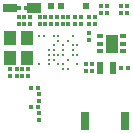
<source format=gtp>
G04 Layer_Color=8421504*
%FSLAX25Y25*%
%MOIN*%
G70*
G01*
G75*
%ADD11R,0.04724X0.03543*%
%ADD12R,0.01181X0.01181*%
%ADD13R,0.01968X0.02362*%
%ADD14R,0.04724X0.03150*%
%ADD15R,0.01181X0.01181*%
%ADD16R,0.01378X0.01181*%
%ADD17R,0.02913X0.05905*%
%ADD19R,0.01968X0.03937*%
%ADD20R,0.04331X0.04724*%
%ADD21R,0.03937X0.06299*%
%ADD29C,0.01260*%
%ADD30R,0.02323X0.01732*%
D11*
X10925Y-2067D02*
D03*
D12*
X29232Y-10433D02*
D03*
Y-12795D02*
D03*
X34941Y-3839D02*
D03*
Y-1476D02*
D03*
X41831Y-1476D02*
D03*
Y-3839D02*
D03*
X39862D02*
D03*
Y-1476D02*
D03*
X28051Y-20866D02*
D03*
Y-23228D02*
D03*
X20276Y-5020D02*
D03*
Y-7382D02*
D03*
X18307D02*
D03*
Y-5020D02*
D03*
X16339Y-7382D02*
D03*
Y-5020D02*
D03*
X14567Y-7382D02*
D03*
Y-5020D02*
D03*
X2850Y-22539D02*
D03*
Y-24902D02*
D03*
X5020Y-22539D02*
D03*
Y-24902D02*
D03*
X6890Y-22539D02*
D03*
Y-24902D02*
D03*
X8662Y-22539D02*
D03*
Y-24902D02*
D03*
X30020Y-20866D02*
D03*
Y-23228D02*
D03*
X26476Y-5020D02*
D03*
Y-7382D02*
D03*
X12697D02*
D03*
Y-5020D02*
D03*
X33071Y-1476D02*
D03*
Y-3839D02*
D03*
X29035Y-5020D02*
D03*
Y-7382D02*
D03*
X31102Y-5020D02*
D03*
Y-7382D02*
D03*
X9350Y-5126D02*
D03*
Y-7488D02*
D03*
X12402Y-33071D02*
D03*
Y-30709D02*
D03*
Y-39567D02*
D03*
Y-37205D02*
D03*
X22145Y-5020D02*
D03*
Y-7382D02*
D03*
X7509Y-7482D02*
D03*
Y-5120D02*
D03*
X5600Y-7480D02*
D03*
Y-5118D02*
D03*
D13*
X28248Y-1476D02*
D03*
X16437D02*
D03*
X19685D02*
D03*
D14*
X2854Y-1969D02*
D03*
D15*
X9646Y-35138D02*
D03*
X12008D02*
D03*
X9744Y-28740D02*
D03*
X12106D02*
D03*
X42224Y-22244D02*
D03*
X39862D02*
D03*
X8169Y-2165D02*
D03*
X5807D02*
D03*
D16*
X24311Y-7382D02*
D03*
Y-5020D02*
D03*
D17*
X41166Y-39764D02*
D03*
X27756D02*
D03*
D19*
X32776Y-22145D02*
D03*
X37116D02*
D03*
D20*
X8366Y-12124D02*
D03*
Y-18816D02*
D03*
X2854D02*
D03*
Y-12124D02*
D03*
D21*
X36614Y-13976D02*
D03*
D29*
X25197Y-20866D02*
D03*
Y-14567D02*
D03*
X20472D02*
D03*
X18898Y-12992D02*
D03*
Y-11417D02*
D03*
X22047Y-12992D02*
D03*
X17323Y-16142D02*
D03*
Y-17717D02*
D03*
X18898Y-20866D02*
D03*
X17323Y-19291D02*
D03*
X15748Y-16142D02*
D03*
Y-17717D02*
D03*
Y-19291D02*
D03*
Y-20866D02*
D03*
X17323Y-11417D02*
D03*
X22047Y-22441D02*
D03*
X23622Y-11417D02*
D03*
X20472Y-17717D02*
D03*
Y-20866D02*
D03*
Y-22441D02*
D03*
X25197Y-17717D02*
D03*
X12598Y-20866D02*
D03*
X18898Y-17717D02*
D03*
X22047Y-19291D02*
D03*
X23622Y-14567D02*
D03*
X20472Y-16142D02*
D03*
X23622D02*
D03*
Y-17717D02*
D03*
X12598Y-11417D02*
D03*
X14173D02*
D03*
X17323Y-14567D02*
D03*
D30*
X40453Y-11417D02*
D03*
Y-13976D02*
D03*
Y-16535D02*
D03*
X32776D02*
D03*
Y-13976D02*
D03*
Y-11417D02*
D03*
M02*

</source>
